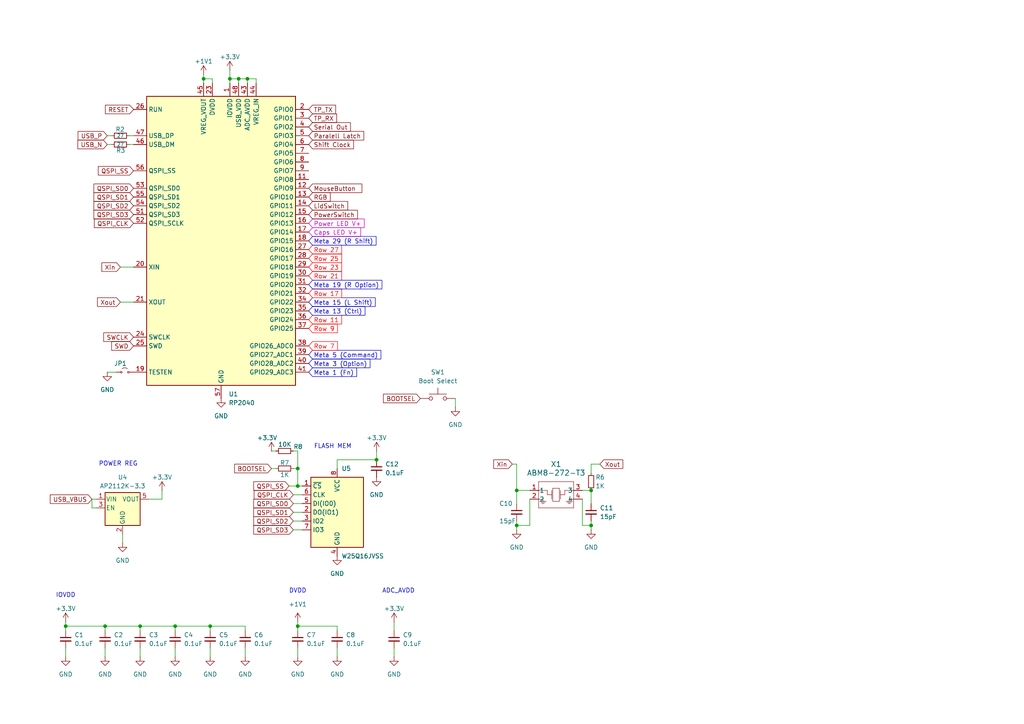
<source format=kicad_sch>
(kicad_sch (version 20231120) (generator "eeschema") (generator_version "8.0")
  (paper "A4")
  (lib_symbols
    (symbol "Aaron:ABM8-272-T3" (pin_names (offset 0.254))
      (property "Reference" "X" (at 12.7 7.62 0))
      (property "Value" "ABM8-272-T3" (at 12.7 5.08 0))
      (symbol "ABM8-272-T3_0_1"
        (polyline (pts (xy -5.08 -3.81) (xy 5.08 -3.81)) (stroke (width 0.127)))
        (polyline (pts (xy -5.08 -1.27) (xy -3.81 -1.27)) (stroke (width 0.127)))
        (polyline (pts (xy -5.08 3.81) (xy -5.08 -3.81)) (stroke (width 0.127)))
        (polyline (pts (xy -4.7625 -1.905) (xy -2.8575 -1.905)) (stroke (width 0.127)))
        (polyline (pts (xy -4.445 -2.2225) (xy -3.175 -2.2225)) (stroke (width 0.127)))
        (polyline (pts (xy -4.1275 -2.54) (xy -3.4925 -2.54)) (stroke (width 0.127)))
        (polyline (pts (xy -3.81 -1.27) (xy -3.81 -1.905)) (stroke (width 0.127)))
        (polyline (pts (xy -2.54 0) (xy -2.54 1.27)) (stroke (width 0.127)))
        (polyline (pts (xy -2.54 1.27) (xy -5.08 1.27)) (stroke (width 0.127)))
        (polyline (pts (xy -1.27 0) (xy -2.54 0)) (stroke (width 0.127)))
        (polyline (pts (xy -1.27 1.27) (xy -1.27 -1.27)) (stroke (width 0.127)))
        (polyline (pts (xy -0.9525 -1.905) (xy 0.9525 -1.905)) (stroke (width 0.127)))
        (polyline (pts (xy -0.9525 1.905) (xy -0.9525 -1.905)) (stroke (width 0.127)))
        (polyline (pts (xy 0.9525 -1.905) (xy 0.9525 1.905)) (stroke (width 0.127)))
        (polyline (pts (xy 0.9525 1.905) (xy -0.9525 1.905)) (stroke (width 0.127)))
        (polyline (pts (xy 1.27 0) (xy 2.54 0)) (stroke (width 0.127)))
        (polyline (pts (xy 1.27 1.27) (xy 1.27 -1.27)) (stroke (width 0.127)))
        (polyline (pts (xy 2.54 1.27) (xy 2.54 0)) (stroke (width 0.127)))
        (polyline (pts (xy 2.54 1.27) (xy 5.08 1.27)) (stroke (width 0.127)))
        (polyline (pts (xy 3.81 -1.27) (xy 3.81 -1.905)) (stroke (width 0.127)))
        (polyline (pts (xy 4.1275 -2.54) (xy 3.4925 -2.54)) (stroke (width 0.127)))
        (polyline (pts (xy 4.445 -2.2225) (xy 3.175 -2.2225)) (stroke (width 0.127)))
        (polyline (pts (xy 4.7625 -1.905) (xy 2.8575 -1.905)) (stroke (width 0.127)))
        (polyline (pts (xy 5.08 -3.81) (xy 5.08 3.81)) (stroke (width 0.127)))
        (polyline (pts (xy 5.08 -1.27) (xy 3.81 -1.27)) (stroke (width 0.127)))
        (polyline (pts (xy 5.08 3.81) (xy -5.08 3.81)) (stroke (width 0.127)))
      )
      (symbol "ABM8-272-T3_1_1"
        (pin unspecified line (at -7.62 1.27 0) (length 2.54) (name "1") (number "1"))
        (pin unspecified line (at -7.62 -1.27 0) (length 2.54) (name "2") (number "2"))
        (pin unspecified line (at 7.62 1.27 180) (length 2.54) (name "3") (number "3"))
        (pin unspecified line (at 7.62 -1.27 180) (length 2.54) (name "4") (number "4"))
      )
    )
    (symbol "Device:C_Small" (pin_numbers hide) (pin_names (offset 0.254) hide)
      (property "Reference" "C" (at 0.254 1.778 0))
      (property "Value" "C_Small" (at 0.254 -2.032 0))
      (symbol "C_Small_0_1"
        (polyline (pts (xy -1.524 -0.508) (xy 1.524 -0.508)) (stroke (width 0.3302)))
        (polyline (pts (xy -1.524 0.508) (xy 1.524 0.508)) (stroke (width 0.3048)))
      )
      (symbol "C_Small_1_1"
        (pin passive line (at 0 2.54 270) (length 2.032) (name "~") (number "1"))
        (pin passive line (at 0 -2.54 90) (length 2.032) (name "~") (number "2"))
      )
    )
    (symbol "Device:R_Small" (pin_numbers hide) (pin_names (offset 0.254) hide)
      (property "Reference" "R" (at 0.762 0.508 0))
      (property "Value" "R_Small" (at 0.762 -1.016 0))
      (symbol "R_Small_0_1"
        (rectangle (start -0.762 1.778) (end 0.762 -1.778) (stroke (width 0.2032)))
      )
      (symbol "R_Small_1_1"
        (pin passive line (at 0 2.54 270) (length 0.762) (name "~") (number "1"))
        (pin passive line (at 0 -2.54 90) (length 0.762) (name "~") (number "2"))
      )
    )
    (symbol "Jumper:Jumper_2_Small_Open" (pin_numbers hide) (pin_names (offset 0) hide) (exclude_from_sim yes)
      (property "Reference" "JP" (at 0 2.794 0))
      (property "Value" "Jumper_2_Small_Open" (at 0 -2.286 0))
      (symbol "Jumper_2_Small_Open_0_0"
        (circle (center -1.016 0) (radius 0.254))
        (circle (center 1.016 0) (radius 0.254))
      )
      (symbol "Jumper_2_Small_Open_0_1"
        (arc (start 0.762 1.0196) (mid 0 1.2729) (end -0.762 1.0196))
      )
      (symbol "Jumper_2_Small_Open_1_1"
        (pin passive line (at -2.54 0 0) (length 1.27) (name "A") (number "1"))
        (pin passive line (at 2.54 0 180) (length 1.27) (name "B") (number "2"))
      )
    )
    (symbol "MCU_RaspberryPi:RP2040"
      (property "Reference" "U" (at 17.78 45.72 0))
      (property "Value" "RP2040" (at 17.78 43.18 0))
      (symbol "RP2040_0_1"
        (rectangle (start -21.59 41.91) (end 21.59 -41.91) (stroke (width 0.254)) (fill (type background)))
      )
      (symbol "RP2040_1_1"
        (pin power_in line (at 2.54 45.72 270) (length 3.81) (name "IOVDD") (number "1"))
        (pin passive line (at 2.54 45.72 270) (length 3.81) hide (name "IOVDD") (number "10"))
        (pin bidirectional line (at 25.4 17.78 180) (length 3.81) (name "GPIO8") (number "11"))
        (pin bidirectional line (at 25.4 15.24 180) (length 3.81) (name "GPIO9") (number "12"))
        (pin bidirectional line (at 25.4 12.7 180) (length 3.81) (name "GPIO10") (number "13"))
        (pin bidirectional line (at 25.4 10.16 180) (length 3.81) (name "GPIO11") (number "14"))
        (pin bidirectional line (at 25.4 7.62 180) (length 3.81) (name "GPIO12") (number "15"))
        (pin bidirectional line (at 25.4 5.08 180) (length 3.81) (name "GPIO13") (number "16"))
        (pin bidirectional line (at 25.4 2.54 180) (length 3.81) (name "GPIO14") (number "17"))
        (pin bidirectional line (at 25.4 0 180) (length 3.81) (name "GPIO15") (number "18"))
        (pin input line (at -25.4 -38.1 0) (length 3.81) (name "TESTEN") (number "19"))
        (pin bidirectional line (at 25.4 38.1 180) (length 3.81) (name "GPIO0") (number "2"))
        (pin input line (at -25.4 -7.62 0) (length 3.81) (name "XIN") (number "20"))
        (pin passive line (at -25.4 -17.78 0) (length 3.81) (name "XOUT") (number "21"))
        (pin passive line (at 2.54 45.72 270) (length 3.81) hide (name "IOVDD") (number "22"))
        (pin power_in line (at -2.54 45.72 270) (length 3.81) (name "DVDD") (number "23"))
        (pin input line (at -25.4 -27.94 0) (length 3.81) (name "SWCLK") (number "24"))
        (pin bidirectional line (at -25.4 -30.48 0) (length 3.81) (name "SWD") (number "25"))
        (pin input line (at -25.4 38.1 0) (length 3.81) (name "RUN") (number "26"))
        (pin bidirectional line (at 25.4 -2.54 180) (length 3.81) (name "GPIO16") (number "27"))
        (pin bidirectional line (at 25.4 -5.08 180) (length 3.81) (name "GPIO17") (number "28"))
        (pin bidirectional line (at 25.4 -7.62 180) (length 3.81) (name "GPIO18") (number "29"))
        (pin bidirectional line (at 25.4 35.56 180) (length 3.81) (name "GPIO1") (number "3"))
        (pin bidirectional line (at 25.4 -10.16 180) (length 3.81) (name "GPIO19") (number "30"))
        (pin bidirectional line (at 25.4 -12.7 180) (length 3.81) (name "GPIO20") (number "31"))
        (pin bidirectional line (at 25.4 -15.24 180) (length 3.81) (name "GPIO21") (number "32"))
        (pin passive line (at 2.54 45.72 270) (length 3.81) hide (name "IOVDD") (number "33"))
        (pin bidirectional line (at 25.4 -17.78 180) (length 3.81) (name "GPIO22") (number "34"))
        (pin bidirectional line (at 25.4 -20.32 180) (length 3.81) (name "GPIO23") (number "35"))
        (pin bidirectional line (at 25.4 -22.86 180) (length 3.81) (name "GPIO24") (number "36"))
        (pin bidirectional line (at 25.4 -25.4 180) (length 3.81) (name "GPIO25") (number "37"))
        (pin bidirectional line (at 25.4 -30.48 180) (length 3.81) (name "GPIO26_ADC0") (number "38"))
        (pin bidirectional line (at 25.4 -33.02 180) (length 3.81) (name "GPIO27_ADC1") (number "39"))
        (pin bidirectional line (at 25.4 33.02 180) (length 3.81) (name "GPIO2") (number "4"))
        (pin bidirectional line (at 25.4 -35.56 180) (length 3.81) (name "GPIO28_ADC2") (number "40"))
        (pin bidirectional line (at 25.4 -38.1 180) (length 3.81) (name "GPIO29_ADC3") (number "41"))
        (pin passive line (at 2.54 45.72 270) (length 3.81) hide (name "IOVDD") (number "42"))
        (pin power_in line (at 7.62 45.72 270) (length 3.81) (name "ADC_AVDD") (number "43"))
        (pin power_in line (at 10.16 45.72 270) (length 3.81) (name "VREG_IN") (number "44"))
        (pin power_out line (at -5.08 45.72 270) (length 3.81) (name "VREG_VOUT") (number "45"))
        (pin bidirectional line (at -25.4 27.94 0) (length 3.81) (name "USB_DM") (number "46"))
        (pin bidirectional line (at -25.4 30.48 0) (length 3.81) (name "USB_DP") (number "47"))
        (pin power_in line (at 5.08 45.72 270) (length 3.81) (name "USB_VDD") (number "48"))
        (pin passive line (at 2.54 45.72 270) (length 3.81) hide (name "IOVDD") (number "49"))
        (pin bidirectional line (at 25.4 30.48 180) (length 3.81) (name "GPIO3") (number "5"))
        (pin passive line (at -2.54 45.72 270) (length 3.81) hide (name "DVDD") (number "50"))
        (pin bidirectional line (at -25.4 7.62 0) (length 3.81) (name "QSPI_SD3") (number "51"))
        (pin output line (at -25.4 5.08 0) (length 3.81) (name "QSPI_SCLK") (number "52"))
        (pin bidirectional line (at -25.4 15.24 0) (length 3.81) (name "QSPI_SD0") (number "53"))
        (pin bidirectional line (at -25.4 10.16 0) (length 3.81) (name "QSPI_SD2") (number "54"))
        (pin bidirectional line (at -25.4 12.7 0) (length 3.81) (name "QSPI_SD1") (number "55"))
        (pin bidirectional line (at -25.4 20.32 0) (length 3.81) (name "QSPI_SS") (number "56"))
        (pin power_in line (at 0 -45.72 90) (length 3.81) (name "GND") (number "57"))
        (pin bidirectional line (at 25.4 27.94 180) (length 3.81) (name "GPIO4") (number "6"))
        (pin bidirectional line (at 25.4 25.4 180) (length 3.81) (name "GPIO5") (number "7"))
        (pin bidirectional line (at 25.4 22.86 180) (length 3.81) (name "GPIO6") (number "8"))
        (pin bidirectional line (at 25.4 20.32 180) (length 3.81) (name "GPIO7") (number "9"))
      )
    )
    (symbol "Memory_Flash:W25Q16JVSS"
      (property "Reference" "U" (at -6.35 11.43 0))
      (property "Value" "W25Q16JVSS" (at 7.62 11.43 0))
      (symbol "W25Q16JVSS_0_1"
        (rectangle (start -7.62 10.16) (end 7.62 -10.16) (stroke (width 0.254)) (fill (type background)))
      )
      (symbol "W25Q16JVSS_1_1"
        (pin input line (at -10.16 7.62 0) (length 2.54) (name "~{CS}") (number "1"))
        (pin bidirectional line (at -10.16 0 0) (length 2.54) (name "DO(IO1)") (number "2"))
        (pin bidirectional line (at -10.16 -2.54 0) (length 2.54) (name "IO2") (number "3"))
        (pin power_in line (at 0 -12.7 90) (length 2.54) (name "GND") (number "4"))
        (pin bidirectional line (at -10.16 2.54 0) (length 2.54) (name "DI(IO0)") (number "5"))
        (pin input line (at -10.16 5.08 0) (length 2.54) (name "CLK") (number "6"))
        (pin bidirectional line (at -10.16 -5.08 0) (length 2.54) (name "IO3") (number "7"))
        (pin power_in line (at 0 12.7 270) (length 2.54) (name "VCC") (number "8"))
      )
    )
    (symbol "Regulator_Linear:AP2112K-3.3" (pin_names (offset 0.254))
      (property "Reference" "U" (at -5.08 5.715 0))
      (property "Value" "AP2112K-3.3" (at 0 5.715 0))
      (symbol "AP2112K-3.3_0_1"
        (rectangle (start -5.08 4.445) (end 5.08 -5.08) (stroke (width 0.254)) (fill (type background)))
      )
      (symbol "AP2112K-3.3_1_1"
        (pin power_in line (at -7.62 2.54 0) (length 2.54) (name "VIN") (number "1"))
        (pin power_in line (at 0 -7.62 90) (length 2.54) (name "GND") (number "2"))
        (pin input line (at -7.62 0 0) (length 2.54) (name "EN") (number "3"))
        (pin no_connect line (at 5.08 0 180) (length 2.54) hide (name "NC") (number "4"))
        (pin power_out line (at 7.62 2.54 180) (length 2.54) (name "VOUT") (number "5"))
      )
    )
    (symbol "Switch:SW_Push" (pin_numbers hide) (pin_names (offset 1.016) hide)
      (property "Reference" "SW" (at 1.27 2.54 0))
      (property "Value" "SW_Push" (at 0 -1.524 0))
      (symbol "SW_Push_0_1"
        (circle (center -2.032 0) (radius 0.508))
        (polyline (pts (xy 0 1.27) (xy 0 3.048)))
        (polyline (pts (xy 2.54 1.27) (xy -2.54 1.27)))
        (circle (center 2.032 0) (radius 0.508))
        (pin passive line (at -5.08 0 0) (length 2.54) (name "1") (number "1"))
        (pin passive line (at 5.08 0 180) (length 2.54) (name "2") (number "2"))
      )
    )
    (symbol "power:+1V1" (power) (pin_numbers hide) (pin_names (offset 0) hide)
      (property "Value" "+1V1" (at 0 3.556 0))
      (symbol "+1V1_0_1"
        (polyline (pts (xy -0.762 1.27) (xy 0 2.54)))
        (polyline (pts (xy 0 0) (xy 0 2.54)))
        (polyline (pts (xy 0 2.54) (xy 0.762 1.27)))
      )
      (symbol "+1V1_1_1"
        (pin power_in line (at 0 0 90) (length 0) (name "~") (number "1"))
      )
    )
    (symbol "power:+3.3V" (power) (pin_numbers hide) (pin_names (offset 0) hide)
      (property "Value" "+3.3V" (at 0 3.556 0))
      (symbol "+3.3V_0_1"
        (polyline (pts (xy -0.762 1.27) (xy 0 2.54)))
        (polyline (pts (xy 0 0) (xy 0 2.54)))
        (polyline (pts (xy 0 2.54) (xy 0.762 1.27)))
      )
      (symbol "+3.3V_1_1"
        (pin power_in line (at 0 0 90) (length 0) (name "~") (number "1"))
      )
    )
    (symbol "power:GND" (power) (pin_numbers hide) (pin_names (offset 0) hide)
      (property "Value" "GND" (at 0 -3.81 0))
      (symbol "GND_0_1"
        (polyline (pts (xy 0 0) (xy 0 -1.27) (xy 1.27 -1.27) (xy 0 -2.54) (xy -1.27 -1.27) (xy 0 -1.27)))
      )
      (symbol "GND_1_1"
        (pin power_in line (at 0 0 270) (length 0) (name "~") (number "1"))
      )
    )
  )
  (junction (at 40.64 181.61))
  (junction (at 171.45 152.4))
  (junction (at 71.755 22.86))
  (junction (at 60.96 181.61))
  (junction (at 59.055 22.86))
  (junction (at 109.22 133.35))
  (junction (at 86.36 135.89))
  (junction (at 86.36 181.61))
  (junction (at 30.48 181.61))
  (junction (at 69.215 22.86))
  (junction (at 149.86 152.4))
  (junction (at 149.86 142.24))
  (junction (at 50.8 181.61))
  (junction (at 86.36 140.97))
  (junction (at 171.45 142.24))
  (junction (at 66.675 22.86))
  (junction (at 19.05 181.61))
  (wire (pts (xy 30.48 181.61) (xy 30.48 182.88)))
  (wire (pts (xy 149.86 152.4) (xy 149.86 153.67)))
  (wire (pts (xy 40.64 181.61) (xy 40.64 182.88)))
  (wire (pts (xy 30.48 190.5) (xy 30.48 187.96)))
  (wire (pts (xy 171.45 153.67) (xy 171.45 152.4)))
  (wire (pts (xy 30.48 181.61) (xy 40.64 181.61)))
  (wire (pts (xy 31.115 107.95) (xy 33.655 107.95)))
  (wire (pts (xy 50.8 190.5) (xy 50.8 187.96)))
  (wire (pts (xy 85.09 151.13) (xy 87.63 151.13)))
  (wire (pts (xy 171.45 134.62) (xy 173.99 134.62)))
  (wire (pts (xy 59.055 21.59) (xy 59.055 22.86)))
  (wire (pts (xy 26.67 147.32) (xy 26.67 144.78)))
  (wire (pts (xy 50.8 181.61) (xy 50.8 182.88)))
  (wire (pts (xy 60.96 190.5) (xy 60.96 187.96)))
  (wire (pts (xy 86.36 135.89) (xy 85.09 135.89)))
  (wire (pts (xy 97.79 135.89) (xy 97.79 133.35)))
  (wire (pts (xy 61.595 24.13) (xy 61.595 22.86)))
  (wire (pts (xy 61.595 22.86) (xy 59.055 22.86)))
  (wire (pts (xy 168.91 144.78) (xy 168.91 152.4)))
  (wire (pts (xy 153.67 142.24) (xy 149.86 142.24)))
  (wire (pts (xy 37.465 41.91) (xy 38.735 41.91)))
  (wire (pts (xy 40.64 181.61) (xy 50.8 181.61)))
  (wire (pts (xy 149.86 142.24) (xy 149.86 146.05)))
  (wire (pts (xy 171.45 134.62) (xy 171.45 137.16)))
  (wire (pts (xy 86.36 135.89) (xy 86.36 140.97)))
  (wire (pts (xy 78.74 130.81) (xy 80.01 130.81)))
  (wire (pts (xy 168.91 142.24) (xy 171.45 142.24)))
  (wire (pts (xy 71.755 22.86) (xy 69.215 22.86)))
  (wire (pts (xy 66.675 20.32) (xy 66.675 22.86)))
  (wire (pts (xy 97.79 181.61) (xy 97.79 182.88)))
  (wire (pts (xy 35.56 157.48) (xy 35.56 154.94)))
  (wire (pts (xy 19.05 181.61) (xy 30.48 181.61)))
  (wire (pts (xy 60.96 181.61) (xy 60.96 182.88)))
  (wire (pts (xy 71.12 190.5) (xy 71.12 187.96)))
  (wire (pts (xy 66.675 22.86) (xy 66.675 24.13)))
  (wire (pts (xy 86.36 190.5) (xy 86.36 187.96)))
  (wire (pts (xy 32.385 39.37) (xy 31.115 39.37)))
  (wire (pts (xy 32.385 41.91) (xy 31.115 41.91)))
  (wire (pts (xy 149.86 142.24) (xy 149.86 134.62)))
  (wire (pts (xy 85.09 143.51) (xy 87.63 143.51)))
  (wire (pts (xy 69.215 22.86) (xy 66.675 22.86)))
  (wire (pts (xy 50.8 181.61) (xy 60.96 181.61)))
  (wire (pts (xy 86.36 140.97) (xy 87.63 140.97)))
  (wire (pts (xy 83.82 140.97) (xy 86.36 140.97)))
  (wire (pts (xy 86.36 181.61) (xy 86.36 182.88)))
  (wire (pts (xy 86.36 180.34) (xy 86.36 181.61)))
  (wire (pts (xy 19.05 180.34) (xy 19.05 181.61)))
  (wire (pts (xy 171.45 152.4) (xy 171.45 151.13)))
  (wire (pts (xy 171.45 142.24) (xy 171.45 146.05)))
  (wire (pts (xy 37.465 39.37) (xy 38.735 39.37)))
  (wire (pts (xy 85.09 153.67) (xy 87.63 153.67)))
  (wire (pts (xy 46.99 142.24) (xy 46.99 144.78)))
  (wire (pts (xy 85.09 146.05) (xy 87.63 146.05)))
  (wire (pts (xy 114.3 180.34) (xy 114.3 182.88)))
  (wire (pts (xy 86.36 181.61) (xy 97.79 181.61)))
  (wire (pts (xy 74.295 24.13) (xy 74.295 22.86)))
  (wire (pts (xy 78.74 135.89) (xy 80.01 135.89)))
  (wire (pts (xy 153.67 152.4) (xy 153.67 144.78)))
  (wire (pts (xy 19.05 190.5) (xy 19.05 187.96)))
  (wire (pts (xy 71.755 24.13) (xy 71.755 22.86)))
  (wire (pts (xy 86.36 130.81) (xy 86.36 135.89)))
  (wire (pts (xy 46.99 144.78) (xy 43.18 144.78)))
  (wire (pts (xy 149.86 152.4) (xy 153.67 152.4)))
  (wire (pts (xy 71.12 181.61) (xy 71.12 182.88)))
  (wire (pts (xy 19.05 181.61) (xy 19.05 182.88)))
  (wire (pts (xy 109.22 130.81) (xy 109.22 133.35)))
  (wire (pts (xy 74.295 22.86) (xy 71.755 22.86)))
  (wire (pts (xy 59.055 22.86) (xy 59.055 24.13)))
  (wire (pts (xy 85.09 130.81) (xy 86.36 130.81)))
  (wire (pts (xy 26.67 144.78) (xy 27.94 144.78)))
  (wire (pts (xy 97.79 133.35) (xy 109.22 133.35)))
  (wire (pts (xy 97.79 190.5) (xy 97.79 187.96)))
  (wire (pts (xy 34.925 87.63) (xy 38.735 87.63)))
  (wire (pts (xy 132.08 118.11) (xy 132.08 115.57)))
  (wire (pts (xy 27.94 147.32) (xy 26.67 147.32)))
  (wire (pts (xy 34.925 77.47) (xy 38.735 77.47)))
  (wire (pts (xy 149.86 151.13) (xy 149.86 152.4)))
  (wire (pts (xy 69.215 24.13) (xy 69.215 22.86)))
  (wire (pts (xy 114.3 190.5) (xy 114.3 187.96)))
  (wire (pts (xy 40.64 190.5) (xy 40.64 187.96)))
  (wire (pts (xy 60.96 181.61) (xy 71.12 181.61)))
  (wire (pts (xy 85.09 148.59) (xy 87.63 148.59)))
  (wire (pts (xy 168.91 152.4) (xy 171.45 152.4)))
  (wire (pts (xy 148.59 134.62) (xy 149.86 134.62)))
  (text "FLASH MEM" (at 96.52 129.54 0) (effects (font (size 1.27 1.27))))
  (text "ADC_AVDD" (at 115.57 171.45 0) (effects (font (size 1.27 1.27))))
  (text "IOVDD" (at 19.05 172.72 0) (effects (font (size 1.27 1.27))))
  (text "POWER REG" (at 34.29 134.62 0) (effects (font (size 1.27 1.27))))
  (text "DVDD" (at 86.36 171.45 0) (effects (font (size 1.27 1.27))))
  (global_label "Row 23" (shape input) (at 89.535 77.47 0) (property "Intersheetrefs" "${INTERSHEET_REFS}" (effects (hide yes))))
  (global_label "RESET" (shape input) (at 38.735 31.75 180) (property "Intersheetrefs" "${INTERSHEET_REFS}" (effects (hide yes))))
  (global_label "Xout" (shape input) (at 173.99 134.62 0) (property "Intersheetrefs" "${INTERSHEET_REFS}" (effects (hide yes))))
  (global_label "QSPI_SS" (shape input) (at 83.82 140.97 180) (property "Intersheetrefs" "${INTERSHEET_REFS}" (effects (hide yes))))
  (global_label "BOOTSEL" (shape input) (at 78.74 135.89 180) (property "Intersheetrefs" "${INTERSHEET_REFS}" (effects (hide yes))))
  (global_label "SWD" (shape input) (at 38.735 100.33 180) (property "Intersheetrefs" "${INTERSHEET_REFS}" (effects (hide yes))))
  (global_label "QSPI_CLK" (shape input) (at 85.09 143.51 180) (property "Intersheetrefs" "${INTERSHEET_REFS}" (effects (hide yes))))
  (global_label "Serial Out" (shape input) (at 89.535 36.83 0) (property "Intersheetrefs" "${INTERSHEET_REFS}" (effects (hide yes))))
  (global_label "MouseButton " (shape input) (at 89.535 54.61 0) (property "Intersheetrefs" "${INTERSHEET_REFS}" (effects (hide yes))))
  (global_label "Row 11" (shape input) (at 89.535 92.71 0) (property "Intersheetrefs" "${INTERSHEET_REFS}" (effects (hide yes))))
  (global_label "QSPI_SS" (shape input) (at 38.735 49.53 180) (property "Intersheetrefs" "${INTERSHEET_REFS}" (effects (hide yes))))
  (global_label "Xout" (shape input) (at 34.925 87.63 180) (property "Intersheetrefs" "${INTERSHEET_REFS}" (effects (hide yes))))
  (global_label "TP_TX" (shape input) (at 89.535 31.75 0) (property "Intersheetrefs" "${INTERSHEET_REFS}" (effects (hide yes))))
  (global_label "Meta 5 (Command)" (shape input) (at 89.535 102.87 0) (property "Intersheetrefs" "${INTERSHEET_REFS}" (effects (hide yes))))
  (global_label "BOOTSEL" (shape input) (at 121.92 115.57 180) (property "Intersheetrefs" "${INTERSHEET_REFS}" (effects (hide yes))))
  (global_label "QSPI_SD2" (shape input) (at 38.735 59.69 180) (property "Intersheetrefs" "${INTERSHEET_REFS}" (effects (hide yes))))
  (global_label "Meta 1 (Fn)" (shape input) (at 89.535 107.95 0) (property "Intersheetrefs" "${INTERSHEET_REFS}" (effects (hide yes))))
  (global_label "QSPI_SD3" (shape input) (at 38.735 62.23 180) (property "Intersheetrefs" "${INTERSHEET_REFS}" (effects (hide yes))))
  (global_label "Xin" (shape input) (at 148.59 134.62 180) (property "Intersheetrefs" "${INTERSHEET_REFS}" (effects (hide yes))))
  (global_label "Row 25" (shape input) (at 89.535 74.93 0) (property "Intersheetrefs" "${INTERSHEET_REFS}" (effects (hide yes))))
  (global_label "Row 17" (shape input) (at 89.535 85.09 0) (property "Intersheetrefs" "${INTERSHEET_REFS}" (effects (hide yes))))
  (global_label "Meta 19 (R Option)" (shape input) (at 89.535 82.55 0) (property "Intersheetrefs" "${INTERSHEET_REFS}" (effects (hide yes))))
  (global_label "QSPI_SD0" (shape input) (at 85.09 146.05 180) (property "Intersheetrefs" "${INTERSHEET_REFS}" (effects (hide yes))))
  (global_label "TP_RX" (shape input) (at 89.535 34.29 0) (property "Intersheetrefs" "${INTERSHEET_REFS}" (effects (hide yes))))
  (global_label "QSPI_SD0" (shape input) (at 38.735 54.61 180) (property "Intersheetrefs" "${INTERSHEET_REFS}" (effects (hide yes))))
  (global_label "Power LED V+" (shape input) (at 89.535 64.77 0) (property "Intersheetrefs" "${INTERSHEET_REFS}" (effects (hide yes))))
  (global_label "RGB" (shape input) (at 89.535 57.15 0) (property "Intersheetrefs" "${INTERSHEET_REFS}" (effects (hide yes))))
  (global_label "Shift Clock" (shape input) (at 89.535 41.91 0) (property "Intersheetrefs" "${INTERSHEET_REFS}" (effects (hide yes))))
  (global_label "Row 7" (shape input) (at 89.535 100.33 0) (property "Intersheetrefs" "${INTERSHEET_REFS}" (effects (hide yes))))
  (global_label "Row 9" (shape input) (at 89.535 95.25 0) (property "Intersheetrefs" "${INTERSHEET_REFS}" (effects (hide yes))))
  (global_label "PowerSwitch" (shape input) (at 89.535 62.23 0) (property "Intersheetrefs" "${INTERSHEET_REFS}" (effects (hide yes))))
  (global_label "USB_VBUS" (shape input) (at 26.67 144.78 180) (property "Intersheetrefs" "${INTERSHEET_REFS}" (effects (hide yes))))
  (global_label "Meta 13 (Ctrl)" (shape input) (at 89.535 90.17 0) (property "Intersheetrefs" "${INTERSHEET_REFS}" (effects (hide yes))))
  (global_label "QSPI_SD1" (shape input) (at 85.09 148.59 180) (property "Intersheetrefs" "${INTERSHEET_REFS}" (effects (hide yes))))
  (global_label "QSPI_CLK" (shape input) (at 38.735 64.77 180) (property "Intersheetrefs" "${INTERSHEET_REFS}" (effects (hide yes))))
  (global_label "Meta 15 (L Shift)" (shape input) (at 89.535 87.63 0) (property "Intersheetrefs" "${INTERSHEET_REFS}" (effects (hide yes))))
  (global_label "USB_N" (shape input) (at 31.115 41.91 180) (property "Intersheetrefs" "${INTERSHEET_REFS}" (effects (hide yes))))
  (global_label "QSPI_SD2" (shape input) (at 85.09 151.13 180) (property "Intersheetrefs" "${INTERSHEET_REFS}" (effects (hide yes))))
  (global_label "Caps LED V+" (shape input) (at 89.535 67.31 0) (property "Intersheetrefs" "${INTERSHEET_REFS}" (effects (hide yes))))
  (global_label "QSPI_SD1" (shape input) (at 38.735 57.15 180) (property "Intersheetrefs" "${INTERSHEET_REFS}" (effects (hide yes))))
  (global_label "Xin" (shape input) (at 34.925 77.47 180) (property "Intersheetrefs" "${INTERSHEET_REFS}" (effects (hide yes))))
  (global_label "Meta 3 (Option)" (shape input) (at 89.535 105.41 0) (property "Intersheetrefs" "${INTERSHEET_REFS}" (effects (hide yes))))
  (global_label "USB_P" (shape input) (at 31.115 39.37 180) (property "Intersheetrefs" "${INTERSHEET_REFS}" (effects (hide yes))))
  (global_label "Meta 29 (R Shift)" (shape input) (at 89.535 69.85 0) (property "Intersheetrefs" "${INTERSHEET_REFS}" (effects (hide yes))))
  (global_label "Paralell Latch" (shape input) (at 89.535 39.37 0) (property "Intersheetrefs" "${INTERSHEET_REFS}" (effects (hide yes))))
  (global_label "Row 21" (shape input) (at 89.535 80.01 0) (property "Intersheetrefs" "${INTERSHEET_REFS}" (effects (hide yes))))
  (global_label "SWCLK" (shape input) (at 38.735 97.79 180) (property "Intersheetrefs" "${INTERSHEET_REFS}" (effects (hide yes))))
  (global_label "QSPI_SD3" (shape input) (at 85.09 153.67 180) (property "Intersheetrefs" "${INTERSHEET_REFS}" (effects (hide yes))))
  (global_label "LidSwitch" (shape input) (at 89.535 59.69 0) (property "Intersheetrefs" "${INTERSHEET_REFS}" (effects (hide yes))))
  (global_label "Row 27" (shape input) (at 89.535 72.39 0) (property "Intersheetrefs" "${INTERSHEET_REFS}" (effects (hide yes))))
  (symbol (lib_id "power:+1V1") (at 86.36 180.34 0) (unit 1)
    (property "Reference" "#PWR033" (effects (hide yes)))
    (property "Value" "+1V1" (at 86.36 175.26 0))
    (property "Description" "Power symbol creates a global label with name \"+1V1\"" (effects (hide yes)))
  )
  (symbol (lib_id "power:GND") (at 50.8 190.5 0) (unit 1)
    (property "Reference" "#PWR030" (effects (hide yes)))
    (property "Value" "GND" (at 50.8 195.58 0))
    (property "Description" "Power symbol creates a global label with name \"GND\" , ground" (effects (hide yes)))
  )
  (symbol (lib_id "Device:C_Small") (at 60.96 185.42 0) (unit 1)
    (property "Reference" "C5" (at 63.5 184.1562 0) (effects (justify left)))
    (property "Value" "0.1uF" (at 63.5 186.6962 0) (effects (justify left)))
    (property "Footprint" "Capacitor_SMD:C_0805_2012Metric" (effects (hide yes)))
    (property "Description" "Unpolarized capacitor, small symbol" (effects (hide yes)))
  )
  (symbol (lib_id "power:GND") (at 86.36 190.5 0) (unit 1)
    (property "Reference" "#PWR034" (effects (hide yes)))
    (property "Value" "GND" (at 86.36 195.58 0))
    (property "Description" "Power symbol creates a global label with name \"GND\" , ground" (effects (hide yes)))
  )
  (symbol (lib_id "power:GND") (at 31.115 107.95 0) (unit 1)
    (property "Reference" "#PWR047" (effects (hide yes)))
    (property "Value" "GND" (at 31.115 113.03 0))
    (property "Description" "Power symbol creates a global label with name \"GND\" , ground" (effects (hide yes)))
  )
  (symbol (lib_id "power:+3.3V") (at 66.675 20.32 0) (unit 1)
    (property "Reference" "#PWR037" (effects (hide yes)))
    (property "Value" "+3.3V" (at 66.675 16.51 0))
    (property "Description" "Power symbol creates a global label with name \"+3.3V\"" (effects (hide yes)))
  )
  (symbol (lib_id "Device:R_Small") (at 34.925 41.91 270) (unit 1)
    (property "Reference" "R3" (at 35.0064 43.6301 90))
    (property "Value" "27" (at 34.925 41.91 90) (effects (font (size 1 1))))
    (property "Footprint" "Resistor_SMD:R_0805_2012Metric" (effects (hide yes)))
    (property "Description" "Resistor, small symbol" (effects (hide yes)))
  )
  (symbol (lib_id "Device:C_Small") (at 171.45 148.59 0) (unit 1)
    (property "Reference" "C11" (at 173.99 147.3262 0) (effects (justify left)))
    (property "Value" "15pF" (at 173.99 149.8662 0) (effects (justify left)))
    (property "Footprint" "Capacitor_SMD:C_0805_2012Metric" (effects (hide yes)))
    (property "Description" "Unpolarized capacitor, small symbol" (effects (hide yes)))
  )
  (symbol (lib_id "Device:C_Small") (at 86.36 185.42 0) (unit 1)
    (property "Reference" "C7" (at 88.9 184.1562 0) (effects (justify left)))
    (property "Value" "0.1uF" (at 88.9 186.6962 0) (effects (justify left)))
    (property "Footprint" "Capacitor_SMD:C_0805_2012Metric" (effects (hide yes)))
    (property "Description" "Unpolarized capacitor, small symbol" (effects (hide yes)))
  )
  (symbol (lib_id "power:+3.3V") (at 19.05 180.34 0) (unit 1)
    (property "Reference" "#PWR026" (effects (hide yes)))
    (property "Value" "+3.3V" (at 19.05 176.53 0))
    (property "Description" "Power symbol creates a global label with name \"+3.3V\"" (effects (hide yes)))
  )
  (symbol (lib_id "Switch:SW_Push") (at 127 115.57 0) (unit 1)
    (property "Reference" "SW1" (at 127 107.95 0))
    (property "Value" "Boot Select" (at 127 110.49 0))
    (property "Description" "Push button switch, generic, two pins" (effects (hide yes)))
  )
  (symbol (lib_id "power:GND") (at 97.79 190.5 0) (unit 1)
    (property "Reference" "#PWR035" (effects (hide yes)))
    (property "Value" "GND" (at 97.79 195.58 0))
    (property "Description" "Power symbol creates a global label with name \"GND\" , ground" (effects (hide yes)))
  )
  (symbol (lib_id "Device:R_Small") (at 34.925 39.37 270) (unit 1)
    (property "Reference" "R2" (at 34.8437 37.5308 90))
    (property "Value" "27" (at 34.925 39.37 90) (effects (font (size 1 1))))
    (property "Footprint" "Resistor_SMD:R_0805_2012Metric" (effects (hide yes)))
    (property "Description" "Resistor, small symbol" (effects (hide yes)))
  )
  (symbol (lib_id "power:+3.3V") (at 78.74 130.81 0) (unit 1)
    (property "Reference" "#PWR043" (effects (hide yes)))
    (property "Value" "+3.3V" (at 77.47 127 0))
    (property "Description" "Power symbol creates a global label with name \"+3.3V\"" (effects (hide yes)))
  )
  (symbol (lib_id "Regulator_Linear:AP2112K-3.3") (at 35.56 147.32 0) (unit 1)
    (property "Reference" "U4" (at 35.56 138.43 0))
    (property "Value" "AP2112K-3.3" (at 35.56 140.97 0))
    (property "Footprint" "Package_TO_SOT_SMD:SOT-23-5" (effects (hide yes)))
    (property "Datasheet" "https://www.diodes.com/assets/Datasheets/AP2112.pdf" (effects (hide yes)))
    (property "Description" "600mA low dropout linear regulator, with enable pin, 3.8V-6V input voltage range, 3.3V fixed positive output, SOT-23-5" (effects (hide yes)))
  )
  (symbol (lib_id "Memory_Flash:W25Q16JVSS") (at 97.79 148.59 0) (unit 1)
    (property "Reference" "U5" (at 99.06 135.89 0) (effects (justify left)))
    (property "Value" "W25Q16JVSS" (at 99.06 161.29 0) (effects (justify left)))
    (property "Footprint" "Aaron:USON-8_UX_2x3x0p6_WIN" (effects (hide yes)))
    (property "Datasheet" "https://www.winbond.com/hq/support/documentation/levelOne.jsp?__locale=en&DocNo=DA00-W25Q16JV.1" (effects (hide yes)))
    (property "Description" "16Mb Serial Flash Memory, Standard/Dual/Quad SPI, SOIC-8" (effects (hide yes)))
  )
  (symbol (lib_id "power:GND") (at 109.22 138.43 0) (unit 1)
    (property "Reference" "#PWR046" (effects (hide yes)))
    (property "Value" "GND" (at 109.22 143.51 0))
    (property "Description" "Power symbol creates a global label with name \"GND\" , ground" (effects (hide yes)))
  )
  (symbol (lib_id "power:GND") (at 64.135 115.57 0) (unit 1)
    (property "Reference" "#PWR011" (effects (hide yes)))
    (property "Value" "GND" (at 64.135 120.65 0))
    (property "Description" "Power symbol creates a global label with name \"GND\" , ground" (effects (hide yes)))
  )
  (symbol (lib_id "Device:C_Small") (at 19.05 185.42 0) (unit 1)
    (property "Reference" "C1" (at 21.59 184.1562 0) (effects (justify left)))
    (property "Value" "0.1uF" (at 21.59 186.6962 0) (effects (justify left)))
    (property "Footprint" "Capacitor_SMD:C_0805_2012Metric" (effects (hide yes)))
    (property "Description" "Unpolarized capacitor, small symbol" (effects (hide yes)))
  )
  (symbol (lib_id "Device:C_Small") (at 30.48 185.42 0) (unit 1)
    (property "Reference" "C2" (at 33.02 184.1562 0) (effects (justify left)))
    (property "Value" "0.1uF" (at 33.02 186.6962 0) (effects (justify left)))
    (property "Footprint" "Capacitor_SMD:C_0805_2012Metric" (effects (hide yes)))
    (property "Description" "Unpolarized capacitor, small symbol" (effects (hide yes)))
  )
  (symbol (lib_id "Jumper:Jumper_2_Small_Open") (at 36.195 107.95 0) (unit 1) (exclude_from_sim yes)
    (property "Reference" "JP1" (at 34.925 105.41 0))
    (property "Value" "Jumper_2_Small_Open" (effects (hide yes)))
    (property "Description" "Jumper, 2-pole, small symbol, open" (effects (hide yes)))
  )
  (symbol (lib_id "Device:R_Small") (at 82.55 130.81 270) (unit 1)
    (property "Reference" "R8" (at 85.09 129.54 90) (effects (justify left)))
    (property "Value" "10K" (at 80.645 128.905 90) (effects (justify left)))
    (property "Description" "Resistor, small symbol" (effects (hide yes)))
  )
  (symbol (lib_id "power:GND") (at 171.45 153.67 0) (unit 1)
    (property "Reference" "#PWR041" (effects (hide yes)))
    (property "Value" "GND" (at 171.45 158.75 0))
    (property "Description" "Power symbol creates a global label with name \"GND\" , ground" (effects (hide yes)))
  )
  (symbol (lib_id "power:+3.3V") (at 46.99 142.24 0) (unit 1)
    (property "Reference" "#PWR025" (effects (hide yes)))
    (property "Value" "+3.3V" (at 46.99 138.43 0))
    (property "Description" "Power symbol creates a global label with name \"+3.3V\"" (effects (hide yes)))
  )
  (symbol (lib_id "Device:R_Small") (at 82.55 135.89 90) (unit 1)
    (property "Reference" "R7" (at 83.9123 134.2576 90) (effects (justify left)))
    (property "Value" "1K" (at 83.9123 137.6999 90) (effects (justify left)))
    (property "Description" "Resistor, small symbol" (effects (hide yes)))
  )
  (symbol (lib_id "Device:R_Small") (at 171.45 139.7 0) (unit 1)
    (property "Reference" "R6" (at 172.72 138.43 0) (effects (justify left)))
    (property "Value" "1K" (at 172.72 140.97 0) (effects (justify left)))
    (property "Footprint" "Resistor_SMD:R_0805_2012Metric" (effects (hide yes)))
    (property "Description" "Resistor, small symbol" (effects (hide yes)))
  )
  (symbol (lib_id "power:GND") (at 71.12 190.5 0) (unit 1)
    (property "Reference" "#PWR032" (effects (hide yes)))
    (property "Value" "GND" (at 71.12 195.58 0))
    (property "Description" "Power symbol creates a global label with name \"GND\" , ground" (effects (hide yes)))
  )
  (symbol (lib_id "power:GND") (at 132.08 118.11 0) (unit 1)
    (property "Reference" "#PWR042" (effects (hide yes)))
    (property "Value" "GND" (at 132.08 123.19 0))
    (property "Description" "Power symbol creates a global label with name \"GND\" , ground" (effects (hide yes)))
  )
  (symbol (lib_id "power:GND") (at 149.86 153.67 0) (unit 1)
    (property "Reference" "#PWR040" (effects (hide yes)))
    (property "Value" "GND" (at 149.86 158.75 0))
    (property "Description" "Power symbol creates a global label with name \"GND\" , ground" (effects (hide yes)))
  )
  (symbol (lib_id "power:GND") (at 97.79 161.29 0) (unit 1)
    (property "Reference" "#PWR045" (effects (hide yes)))
    (property "Value" "GND" (at 97.79 166.37 0))
    (property "Description" "Power symbol creates a global label with name \"GND\" , ground" (effects (hide yes)))
  )
  (symbol (lib_id "Aaron:ABM8-272-T3") (at 161.29 143.51 0) (unit 1)
    (property "Reference" "X1" (at 161.29 134.62 0) (effects (font (size 1.524 1.524))))
    (property "Value" "ABM8-272-T3" (at 161.29 137.16 0) (effects (font (size 1.524 1.524))))
    (property "Footprint" "ABM8-272-T3_ABR" (effects (hide yes)))
    (property "Datasheet" "ABM8-272-T3" (effects (hide yes)))
  )
  (symbol (lib_id "Device:C_Small") (at 149.86 148.59 0) (unit 1)
    (property "Reference" "C10" (at 144.78 146.05 0) (effects (justify left)))
    (property "Value" "15pF" (at 144.78 151.13 0) (effects (justify left)))
    (property "Footprint" "Capacitor_SMD:C_0805_2012Metric" (effects (hide yes)))
    (property "Description" "Unpolarized capacitor, small symbol" (effects (hide yes)))
  )
  (symbol (lib_id "power:+1V1") (at 59.055 21.59 0) (unit 1)
    (property "Reference" "#PWR036" (effects (hide yes)))
    (property "Value" "+1V1" (at 59.055 17.78 0))
    (property "Description" "Power symbol creates a global label with name \"+1V1\"" (effects (hide yes)))
  )
  (symbol (lib_id "MCU_RaspberryPi:RP2040") (at 64.135 69.85 0) (unit 1)
    (property "Reference" "U1" (at 66.3291 114.3 0) (effects (justify left)))
    (property "Value" "RP2040" (at 66.3291 116.84 0) (effects (justify left)))
    (property "Footprint" "Package_DFN_QFN:QFN-56-1EP_7x7mm_P0.4mm_EP3.2x3.2mm" (effects (hide yes)))
    (property "Datasheet" "https://datasheets.raspberrypi.com/rp2040/rp2040-datasheet.pdf" (effects (hide yes)))
    (property "Description" "A microcontroller by Raspberry Pi" (effects (hide yes)))
  )
  (symbol (lib_id "Device:C_Small") (at 71.12 185.42 0) (unit 1)
    (property "Reference" "C6" (at 73.66 184.1562 0) (effects (justify left)))
    (property "Value" "0.1uF" (at 73.66 186.6962 0) (effects (justify left)))
    (property "Footprint" "Capacitor_SMD:C_0805_2012Metric" (effects (hide yes)))
    (property "Description" "Unpolarized capacitor, small symbol" (effects (hide yes)))
  )
  (symbol (lib_id "power:GND") (at 19.05 190.5 0) (unit 1)
    (property "Reference" "#PWR027" (effects (hide yes)))
    (property "Value" "GND" (at 19.05 195.58 0))
    (property "Description" "Power symbol creates a global label with name \"GND\" , ground" (effects (hide yes)))
  )
  (symbol (lib_id "Device:C_Small") (at 109.22 135.89 0) (unit 1)
    (property "Reference" "C12" (at 111.76 134.6262 0) (effects (justify left)))
    (property "Value" "0.1uF" (at 111.76 137.1662 0) (effects (justify left)))
    (property "Footprint" "Capacitor_SMD:C_0805_2012Metric" (effects (hide yes)))
    (property "Description" "Unpolarized capacitor, small symbol" (effects (hide yes)))
  )
  (symbol (lib_id "Device:C_Small") (at 50.8 185.42 0) (unit 1)
    (property "Reference" "C4" (at 53.34 184.1562 0) (effects (justify left)))
    (property "Value" "0.1uF" (at 53.34 186.6962 0) (effects (justify left)))
    (property "Footprint" "Capacitor_SMD:C_0805_2012Metric" (effects (hide yes)))
    (property "Description" "Unpolarized capacitor, small symbol" (effects (hide yes)))
  )
  (symbol (lib_id "Device:C_Small") (at 97.79 185.42 0) (unit 1)
    (property "Reference" "C8" (at 100.33 184.1562 0) (effects (justify left)))
    (property "Value" "0.1uF" (at 100.33 186.6962 0) (effects (justify left)))
    (property "Footprint" "Capacitor_SMD:C_0805_2012Metric" (effects (hide yes)))
    (property "Description" "Unpolarized capacitor, small symbol" (effects (hide yes)))
  )
  (symbol (lib_id "power:+3.3V") (at 109.22 130.81 0) (unit 1)
    (property "Reference" "#PWR044" (effects (hide yes)))
    (property "Value" "+3.3V" (at 109.22 127 0))
    (property "Description" "Power symbol creates a global label with name \"+3.3V\"" (effects (hide yes)))
  )
  (symbol (lib_id "power:GND") (at 30.48 190.5 0) (unit 1)
    (property "Reference" "#PWR028" (effects (hide yes)))
    (property "Value" "GND" (at 30.48 195.58 0))
    (property "Description" "Power symbol creates a global label with name \"GND\" , ground" (effects (hide yes)))
  )
  (symbol (lib_id "power:GND") (at 40.64 190.5 0) (unit 1)
    (property "Reference" "#PWR029" (effects (hide yes)))
    (property "Value" "GND" (at 40.64 195.58 0))
    (property "Description" "Power symbol creates a global label with name \"GND\" , ground" (effects (hide yes)))
  )
  (symbol (lib_id "power:GND") (at 35.56 157.48 0) (unit 1)
    (property "Reference" "#PWR024" (effects (hide yes)))
    (property "Value" "GND" (at 35.56 162.56 0))
    (property "Description" "Power symbol creates a global label with name \"GND\" , ground" (effects (hide yes)))
  )
  (symbol (lib_id "power:GND") (at 60.96 190.5 0) (unit 1)
    (property "Reference" "#PWR031" (effects (hide yes)))
    (property "Value" "GND" (at 60.96 195.58 0))
    (property "Description" "Power symbol creates a global label with name \"GND\" , ground" (effects (hide yes)))
  )
  (symbol (lib_id "Device:C_Small") (at 40.64 185.42 0) (unit 1)
    (property "Reference" "C3" (at 43.18 184.1562 0) (effects (justify left)))
    (property "Value" "0.1uF" (at 43.18 186.6962 0) (effects (justify left)))
    (property "Footprint" "Capacitor_SMD:C_0805_2012Metric" (effects (hide yes)))
    (property "Description" "Unpolarized capacitor, small symbol" (effects (hide yes)))
  )
  (symbol (lib_id "Device:C_Small") (at 114.3 185.42 0) (unit 1)
    (property "Reference" "C9" (at 116.84 184.1562 0) (effects (justify left)))
    (property "Value" "0.1uF" (at 116.84 186.6962 0) (effects (justify left)))
    (property "Footprint" "Capacitor_SMD:C_0805_2012Metric" (effects (hide yes)))
    (property "Description" "Unpolarized capacitor, small symbol" (effects (hide yes)))
  )
  (symbol (lib_id "power:GND") (at 114.3 190.5 0) (unit 1)
    (property "Reference" "#PWR039" (effects (hide yes)))
    (property "Value" "GND" (at 114.3 195.58 0))
    (property "Description" "Power symbol creates a global label with name \"GND\" , ground" (effects (hide yes)))
  )
  (symbol (lib_id "power:+3.3V") (at 114.3 180.34 0) (unit 1)
    (property "Reference" "#PWR038" (effects (hide yes)))
    (property "Value" "+3.3V" (at 114.3 176.53 0))
    (property "Description" "Power symbol creates a global label with name \"+3.3V\"" (effects (hide yes)))
  )
)
</source>
